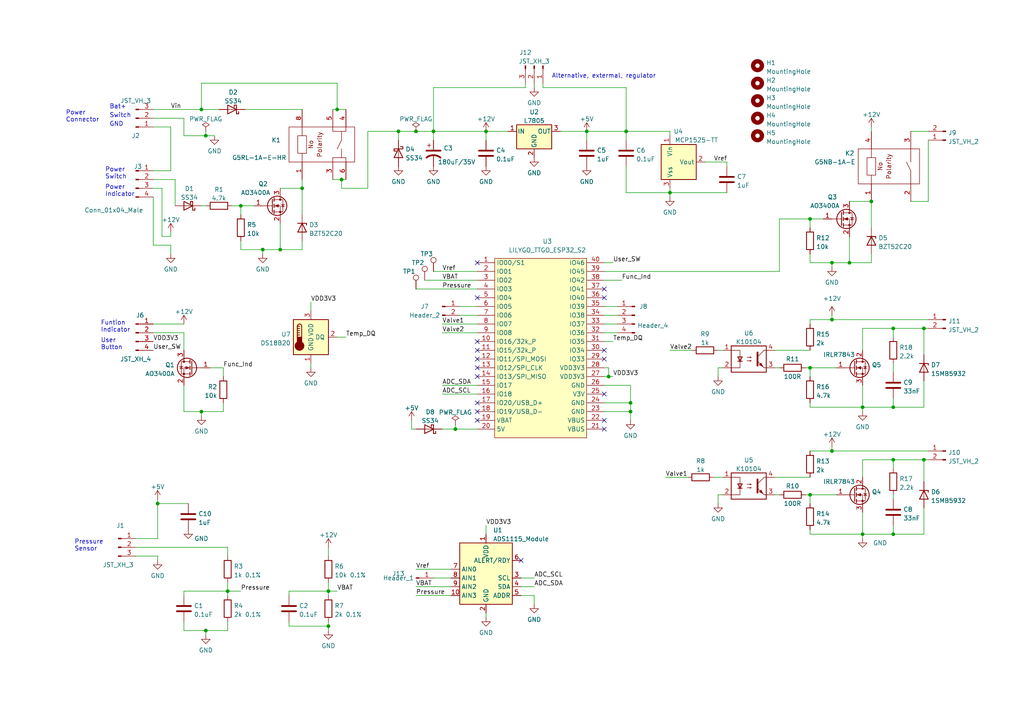
<source format=kicad_sch>
(kicad_sch (version 20211123) (generator eeschema)
  (paper "A4")
  (title_block (title "Autoflate - Tire inflator controller board") (date "2022-09-15") (rev "1.0") (company "Ran Katz"))
  (junction (at 250.19 118.11))
  (junction (at 241.3 76.2))
  (junction (at 69.85 59.69))
  (junction (at 194.31 55.88))
  (junction (at 267.97 133.35))
  (junction (at 234.95 106.68))
  (junction (at 95.25 181.61))
  (junction (at 182.88 116.84))
  (junction (at 170.18 38.1))
  (junction (at 59.69 39.37))
  (junction (at 58.42 119.38))
  (junction (at 241.3 130.81))
  (junction (at 267.97 95.25))
  (junction (at 140.97 38.1))
  (junction (at 45.72 146.05))
  (junction (at 99.06 52.07))
  (junction (at 132.08 124.46))
  (junction (at 59.69 182.88))
  (junction (at 181.61 38.1))
  (junction (at 234.95 63.5))
  (junction (at 259.08 118.11))
  (junction (at 97.79 31.75))
  (junction (at 66.04 171.45))
  (junction (at 182.88 119.38))
  (junction (at 81.28 72.39))
  (junction (at 87.63 54.61))
  (junction (at 252.73 58.42))
  (junction (at 76.2 72.39))
  (junction (at 246.38 76.2))
  (junction (at 241.3 92.71))
  (junction (at 250.19 154.94))
  (junction (at 234.95 143.51))
  (junction (at 176.53 109.22))
  (junction (at 115.57 38.1))
  (junction (at 259.08 95.25))
  (junction (at 259.08 154.94))
  (junction (at 95.25 171.45))
  (junction (at 259.08 133.35))
  (junction (at 125.73 38.1))
  (junction (at 120.65 38.1))
  (junction (at 58.42 31.75))
  (no_connect (at 175.26 101.6))
  (no_connect (at 138.43 86.36))
  (no_connect (at 151.13 162.56))
  (no_connect (at 175.26 104.14))
  (no_connect (at 175.26 86.36))
  (no_connect (at 175.26 83.82))
  (no_connect (at 138.43 76.2))
  (no_connect (at 138.43 119.38))
  (no_connect (at 138.43 121.92))
  (no_connect (at 138.43 116.84))
  (no_connect (at 138.43 99.06))
  (no_connect (at 138.43 101.6))
  (no_connect (at 138.43 104.14))
  (no_connect (at 138.43 106.68))
  (no_connect (at 138.43 109.22))
  (no_connect (at 175.26 114.3))
  (no_connect (at 175.26 121.92))
  (no_connect (at 175.26 124.46))
  (wire (pts (xy 151.13 167.64) (xy 154.94 167.64)))
  (wire (pts (xy 44.45 57.15) (xy 44.45 71.12)))
  (wire (pts (xy 269.24 58.42) (xy 264.16 58.42)))
  (wire (pts (xy 208.28 143.51) (xy 208.28 146.05)))
  (wire (pts (xy 234.95 106.68) (xy 234.95 109.22)))
  (wire (pts (xy 152.4 25.4) (xy 125.73 25.4)))
  (wire (pts (xy 53.34 182.88) (xy 59.69 182.88)))
  (wire (pts (xy 259.08 95.25) (xy 259.08 97.79)))
  (wire (pts (xy 175.26 96.52) (xy 179.07 96.52)))
  (wire (pts (xy 97.79 31.75) (xy 100.33 31.75)))
  (wire (pts (xy 106.68 54.61) (xy 106.68 38.1)))
  (wire (pts (xy 49.53 68.58) (xy 49.53 67.31)))
  (wire (pts (xy 204.47 46.99) (xy 210.82 46.99)))
  (wire (pts (xy 132.08 124.46) (xy 138.43 124.46)))
  (wire (pts (xy 233.68 106.68) (xy 234.95 106.68)))
  (wire (pts (xy 50.8 52.07) (xy 50.8 59.69)))
  (wire (pts (xy 59.69 182.88) (xy 59.69 184.15)))
  (wire (pts (xy 44.45 52.07) (xy 50.8 52.07)))
  (wire (pts (xy 224.79 143.51) (xy 226.06 143.51)))
  (wire (pts (xy 95.25 181.61) (xy 95.25 182.88)))
  (wire (pts (xy 69.85 59.69) (xy 69.85 62.23)))
  (wire (pts (xy 175.26 111.76) (xy 182.88 111.76)))
  (wire (pts (xy 53.34 39.37) (xy 53.34 34.29)))
  (wire (pts (xy 259.08 152.4) (xy 259.08 154.94)))
  (wire (pts (xy 175.26 88.9) (xy 179.07 88.9)))
  (wire (pts (xy 125.73 38.1) (xy 125.73 40.64)))
  (wire (pts (xy 267.97 110.49) (xy 267.97 118.11)))
  (wire (pts (xy 252.73 58.42) (xy 252.73 66.04)))
  (wire (pts (xy 269.24 95.25) (xy 267.97 95.25)))
  (wire (pts (xy 259.08 105.41) (xy 259.08 107.95)))
  (wire (pts (xy 53.34 96.52) (xy 53.34 101.6)))
  (wire (pts (xy 234.95 106.68) (xy 242.57 106.68)))
  (wire (pts (xy 176.53 106.68) (xy 176.53 109.22)))
  (wire (pts (xy 95.25 158.75) (xy 95.25 161.29)))
  (wire (pts (xy 66.04 168.91) (xy 66.04 171.45)))
  (wire (pts (xy 177.8 99.06) (xy 175.26 99.06)))
  (wire (pts (xy 120.65 124.46) (xy 119.38 124.46)))
  (wire (pts (xy 269.24 133.35) (xy 267.97 133.35)))
  (wire (pts (xy 193.04 138.43) (xy 199.39 138.43)))
  (wire (pts (xy 125.73 167.64) (xy 130.81 167.64)))
  (wire (pts (xy 241.3 76.2) (xy 234.95 76.2)))
  (wire (pts (xy 49.53 71.12) (xy 44.45 71.12)))
  (wire (pts (xy 59.69 182.88) (xy 66.04 182.88)))
  (wire (pts (xy 234.95 73.66) (xy 234.95 76.2)))
  (wire (pts (xy 234.95 154.94) (xy 234.95 153.67)))
  (wire (pts (xy 66.04 158.75) (xy 66.04 161.29)))
  (wire (pts (xy 128.27 111.76) (xy 138.43 111.76)))
  (wire (pts (xy 58.42 59.69) (xy 59.69 59.69)))
  (wire (pts (xy 224.79 138.43) (xy 234.95 138.43)))
  (wire (pts (xy 44.45 54.61) (xy 46.99 54.61)))
  (wire (pts (xy 96.52 52.07) (xy 99.06 52.07)))
  (wire (pts (xy 81.28 72.39) (xy 76.2 72.39)))
  (wire (pts (xy 252.73 76.2) (xy 246.38 76.2)))
  (wire (pts (xy 76.2 72.39) (xy 69.85 72.39)))
  (wire (pts (xy 234.95 63.5) (xy 234.95 66.04)))
  (wire (pts (xy 45.72 146.05) (xy 45.72 144.78)))
  (wire (pts (xy 87.63 72.39) (xy 81.28 72.39)))
  (wire (pts (xy 58.42 119.38) (xy 64.77 119.38)))
  (wire (pts (xy 44.45 49.53) (xy 49.53 49.53)))
  (wire (pts (xy 208.28 106.68) (xy 208.28 109.22)))
  (wire (pts (xy 154.94 172.72) (xy 154.94 175.26)))
  (wire (pts (xy 157.48 25.4) (xy 181.61 25.4)))
  (wire (pts (xy 250.19 154.94) (xy 250.19 156.21)))
  (wire (pts (xy 180.34 81.28) (xy 175.26 81.28)))
  (wire (pts (xy 83.82 180.34) (xy 83.82 181.61)))
  (wire (pts (xy 176.53 109.22) (xy 177.8 109.22)))
  (wire (pts (xy 250.19 118.11) (xy 250.19 119.38)))
  (wire (pts (xy 234.95 92.71) (xy 241.3 92.71)))
  (wire (pts (xy 259.08 95.25) (xy 250.19 95.25)))
  (wire (pts (xy 259.08 133.35) (xy 259.08 135.89)))
  (wire (pts (xy 234.95 118.11) (xy 234.95 116.84)))
  (wire (pts (xy 234.95 93.98) (xy 234.95 92.71)))
  (wire (pts (xy 170.18 38.1) (xy 181.61 38.1)))
  (wire (pts (xy 133.35 88.9) (xy 138.43 88.9)))
  (wire (pts (xy 59.69 38.1) (xy 59.69 39.37)))
  (wire (pts (xy 66.04 171.45) (xy 69.85 171.45)))
  (wire (pts (xy 259.08 115.57) (xy 259.08 118.11)))
  (wire (pts (xy 45.72 156.21) (xy 45.72 146.05)))
  (wire (pts (xy 58.42 24.13) (xy 97.79 24.13)))
  (wire (pts (xy 87.63 69.85) (xy 87.63 72.39)))
  (wire (pts (xy 241.3 91.44) (xy 241.3 92.71)))
  (wire (pts (xy 175.26 93.98) (xy 179.07 93.98)))
  (wire (pts (xy 45.72 161.29) (xy 45.72 162.56)))
  (wire (pts (xy 58.42 24.13) (xy 58.42 31.75)))
  (wire (pts (xy 175.26 78.74) (xy 226.06 78.74)))
  (wire (pts (xy 87.63 52.07) (xy 87.63 54.61)))
  (wire (pts (xy 209.55 106.68) (xy 208.28 106.68)))
  (wire (pts (xy 132.08 123.19) (xy 132.08 124.46)))
  (wire (pts (xy 181.61 25.4) (xy 181.61 38.1)))
  (wire (pts (xy 128.27 114.3) (xy 138.43 114.3)))
  (wire (pts (xy 97.79 24.13) (xy 97.79 31.75)))
  (wire (pts (xy 267.97 147.32) (xy 267.97 154.94)))
  (wire (pts (xy 90.17 106.68) (xy 90.17 105.41)))
  (wire (pts (xy 76.2 72.39) (xy 76.2 73.66)))
  (wire (pts (xy 53.34 171.45) (xy 66.04 171.45)))
  (wire (pts (xy 208.28 101.6) (xy 209.55 101.6)))
  (wire (pts (xy 250.19 148.59) (xy 250.19 154.94)))
  (wire (pts (xy 207.01 138.43) (xy 209.55 138.43)))
  (wire (pts (xy 83.82 171.45) (xy 95.25 171.45)))
  (wire (pts (xy 147.32 38.1) (xy 140.97 38.1)))
  (wire (pts (xy 64.77 106.68) (xy 64.77 109.22)))
  (wire (pts (xy 181.61 40.64) (xy 181.61 38.1)))
  (wire (pts (xy 246.38 76.2) (xy 241.3 76.2)))
  (wire (pts (xy 181.61 55.88) (xy 194.31 55.88)))
  (wire (pts (xy 120.65 172.72) (xy 130.81 172.72)))
  (wire (pts (xy 39.37 161.29) (xy 45.72 161.29)))
  (wire (pts (xy 194.31 39.37) (xy 194.31 38.1)))
  (wire (pts (xy 44.45 96.52) (xy 53.34 96.52)))
  (wire (pts (xy 194.31 54.61) (xy 194.31 55.88)))
  (wire (pts (xy 44.45 93.98) (xy 53.34 93.98)))
  (wire (pts (xy 194.31 55.88) (xy 194.31 57.15)))
  (wire (pts (xy 250.19 118.11) (xy 259.08 118.11)))
  (wire (pts (xy 120.65 165.1) (xy 130.81 165.1)))
  (wire (pts (xy 151.13 170.18) (xy 154.94 170.18)))
  (wire (pts (xy 87.63 54.61) (xy 81.28 54.61)))
  (wire (pts (xy 45.72 146.05) (xy 54.61 146.05)))
  (wire (pts (xy 64.77 106.68) (xy 60.96 106.68)))
  (wire (pts (xy 267.97 95.25) (xy 259.08 95.25)))
  (wire (pts (xy 115.57 38.1) (xy 120.65 38.1)))
  (wire (pts (xy 250.19 111.76) (xy 250.19 118.11)))
  (wire (pts (xy 224.79 101.6) (xy 234.95 101.6)))
  (wire (pts (xy 234.95 130.81) (xy 241.3 130.81)))
  (wire (pts (xy 128.27 96.52) (xy 138.43 96.52)))
  (wire (pts (xy 58.42 119.38) (xy 58.42 120.65)))
  (wire (pts (xy 181.61 48.26) (xy 181.61 55.88)))
  (wire (pts (xy 267.97 118.11) (xy 259.08 118.11)))
  (wire (pts (xy 46.99 54.61) (xy 46.99 68.58)))
  (wire (pts (xy 119.38 124.46) (xy 119.38 121.92)))
  (wire (pts (xy 69.85 69.85) (xy 69.85 72.39)))
  (wire (pts (xy 128.27 124.46) (xy 132.08 124.46)))
  (wire (pts (xy 100.33 97.79) (xy 97.79 97.79)))
  (wire (pts (xy 44.45 36.83) (xy 49.53 36.83)))
  (wire (pts (xy 125.73 78.74) (xy 138.43 78.74)))
  (wire (pts (xy 252.73 73.66) (xy 252.73 76.2)))
  (wire (pts (xy 175.26 116.84) (xy 182.88 116.84)))
  (wire (pts (xy 140.97 152.4) (xy 140.97 154.94)))
  (wire (pts (xy 140.97 177.8) (xy 140.97 179.07)))
  (wire (pts (xy 67.31 59.69) (xy 69.85 59.69)))
  (wire (pts (xy 125.73 38.1) (xy 140.97 38.1)))
  (wire (pts (xy 259.08 143.51) (xy 259.08 144.78)))
  (wire (pts (xy 53.34 180.34) (xy 53.34 182.88)))
  (wire (pts (xy 39.37 156.21) (xy 45.72 156.21)))
  (wire (pts (xy 241.3 92.71) (xy 269.24 92.71)))
  (wire (pts (xy 83.82 181.61) (xy 95.25 181.61)))
  (wire (pts (xy 250.19 133.35) (xy 250.19 138.43)))
  (wire (pts (xy 177.8 76.2) (xy 175.26 76.2)))
  (wire (pts (xy 151.13 172.72) (xy 154.94 172.72)))
  (wire (pts (xy 44.45 31.75) (xy 58.42 31.75)))
  (wire (pts (xy 175.26 119.38) (xy 182.88 119.38)))
  (wire (pts (xy 99.06 54.61) (xy 106.68 54.61)))
  (wire (pts (xy 175.26 91.44) (xy 179.07 91.44)))
  (wire (pts (xy 154.94 24.13) (xy 154.94 25.4)))
  (wire (pts (xy 120.65 170.18) (xy 130.81 170.18)))
  (wire (pts (xy 106.68 38.1) (xy 115.57 38.1)))
  (wire (pts (xy 259.08 133.35) (xy 250.19 133.35)))
  (wire (pts (xy 64.77 116.84) (xy 64.77 119.38)))
  (wire (pts (xy 128.27 93.98) (xy 138.43 93.98)))
  (wire (pts (xy 59.69 39.37) (xy 62.23 39.37)))
  (wire (pts (xy 170.18 38.1) (xy 170.18 40.64)))
  (wire (pts (xy 71.12 31.75) (xy 87.63 31.75)))
  (wire (pts (xy 241.3 76.2) (xy 241.3 77.47)))
  (wire (pts (xy 259.08 154.94) (xy 267.97 154.94)))
  (wire (pts (xy 182.88 116.84) (xy 182.88 119.38)))
  (wire (pts (xy 123.19 81.28) (xy 138.43 81.28)))
  (wire (pts (xy 224.79 106.68) (xy 226.06 106.68)))
  (wire (pts (xy 99.06 52.07) (xy 99.06 54.61)))
  (wire (pts (xy 53.34 172.72) (xy 53.34 171.45)))
  (wire (pts (xy 58.42 31.75) (xy 63.5 31.75)))
  (wire (pts (xy 39.37 158.75) (xy 66.04 158.75)))
  (wire (pts (xy 152.4 24.13) (xy 152.4 25.4)))
  (wire (pts (xy 95.25 171.45) (xy 97.79 171.45)))
  (wire (pts (xy 233.68 143.51) (xy 234.95 143.51)))
  (wire (pts (xy 234.95 63.5) (xy 226.06 63.5)))
  (wire (pts (xy 99.06 52.07) (xy 100.33 52.07)))
  (wire (pts (xy 182.88 111.76) (xy 182.88 116.84)))
  (wire (pts (xy 234.95 143.51) (xy 242.57 143.51)))
  (wire (pts (xy 209.55 143.51) (xy 208.28 143.51)))
  (wire (pts (xy 175.26 109.22) (xy 176.53 109.22)))
  (wire (pts (xy 234.95 154.94) (xy 250.19 154.94)))
  (wire (pts (xy 120.65 38.1) (xy 125.73 38.1)))
  (wire (pts (xy 226.06 63.5) (xy 226.06 78.74)))
  (wire (pts (xy 133.35 91.44) (xy 138.43 91.44)))
  (wire (pts (xy 44.45 34.29) (xy 53.34 34.29)))
  (wire (pts (xy 120.65 83.82) (xy 138.43 83.82)))
  (wire (pts (xy 140.97 38.1) (xy 140.97 40.64)))
  (wire (pts (xy 49.53 49.53) (xy 49.53 36.83)))
  (wire (pts (xy 53.34 111.76) (xy 53.34 119.38)))
  (wire (pts (xy 53.34 39.37) (xy 59.69 39.37)))
  (wire (pts (xy 87.63 54.61) (xy 87.63 62.23)))
  (wire (pts (xy 46.99 68.58) (xy 49.53 68.58)))
  (wire (pts (xy 252.73 58.42) (xy 246.38 58.42)))
  (wire (pts (xy 234.95 143.51) (xy 234.95 146.05)))
  (wire (pts (xy 210.82 46.99) (xy 210.82 48.26)))
  (wire (pts (xy 234.95 63.5) (xy 238.76 63.5)))
  (wire (pts (xy 267.97 95.25) (xy 267.97 102.87)))
  (wire (pts (xy 69.85 59.69) (xy 73.66 59.69)))
  (wire (pts (xy 246.38 68.58) (xy 246.38 76.2)))
  (wire (pts (xy 95.25 180.34) (xy 95.25 181.61)))
  (wire (pts (xy 250.19 95.25) (xy 250.19 101.6)))
  (wire (pts (xy 259.08 154.94) (xy 250.19 154.94)))
  (wire (pts (xy 53.34 119.38) (xy 58.42 119.38)))
  (wire (pts (xy 81.28 64.77) (xy 81.28 72.39)))
  (wire (pts (xy 267.97 133.35) (xy 267.97 139.7)))
  (wire (pts (xy 241.3 130.81) (xy 269.24 130.81)))
  (wire (pts (xy 96.52 31.75) (xy 97.79 31.75)))
  (wire (pts (xy 182.88 119.38) (xy 182.88 121.92)))
  (wire (pts (xy 95.25 171.45) (xy 95.25 172.72)))
  (wire (pts (xy 181.61 38.1) (xy 194.31 38.1)))
  (wire (pts (xy 175.26 106.68) (xy 176.53 106.68)))
  (wire (pts (xy 115.57 38.1) (xy 115.57 40.64)))
  (wire (pts (xy 267.97 133.35) (xy 259.08 133.35)))
  (wire (pts (xy 49.53 73.66) (xy 49.53 71.12)))
  (wire (pts (xy 66.04 182.88) (xy 66.04 180.34)))
  (wire (pts (xy 194.31 55.88) (xy 210.82 55.88)))
  (wire (pts (xy 90.17 87.63) (xy 90.17 90.17)))
  (wire (pts (xy 162.56 38.1) (xy 170.18 38.1)))
  (wire (pts (xy 157.48 24.13) (xy 157.48 25.4)))
  (wire (pts (xy 83.82 172.72) (xy 83.82 171.45)))
  (wire (pts (xy 252.73 36.83) (xy 252.73 38.1)))
  (wire (pts (xy 234.95 118.11) (xy 250.19 118.11)))
  (wire (pts (xy 95.25 168.91) (xy 95.25 171.45)))
  (wire (pts (xy 125.73 25.4) (xy 125.73 38.1)))
  (wire (pts (xy 241.3 129.54) (xy 241.3 130.81)))
  (wire (pts (xy 269.24 40.64) (xy 269.24 58.42)))
  (wire (pts (xy 66.04 171.45) (xy 66.04 172.72)))
  (wire (pts (xy 264.16 38.1) (xy 269.24 38.1)))
  (wire (pts (xy 194.31 101.6) (xy 200.66 101.6)))
  (text "GND" (at 31.75 36.83 0) (effects (font (size 1.27 1.27)) (justify left bottom)))
  (text "Power\nSwitch" (at 30.48 52.07 0) (effects (font (size 1.27 1.27)) (justify left bottom)))
  (text "Switch" (at 31.75 34.29 0) (effects (font (size 1.27 1.27)) (justify left bottom)))
  (text "Power\nConnector" (at 19.05 35.56 0) (effects (font (size 1.27 1.27)) (justify left bottom)))
  (text "Power\nIndicator" (at 30.48 57.15 0) (effects (font (size 1.27 1.27)) (justify left bottom)))
  (text "Bat+" (at 31.75 31.75 0) (effects (font (size 1.27 1.27)) (justify left bottom)))
  (text "Funtion\nIndicator" (at 29.21 96.52 0) (effects (font (size 1.27 1.27)) (justify left bottom)))
  (text "Alternative, extermal, regulator" (at 160.02 22.86 0) (effects (font (size 1.27 1.27)) (justify left bottom)))
  (text "User\nButton" (at 29.21 101.6 0) (effects (font (size 1.27 1.27)) (justify left bottom)))
  (text "Pressure\nSensor" (at 21.59 160.02 0) (effects (font (size 1.27 1.27)) (justify left bottom)))
  (label "Func_Ind" (at 64.77 106.68 0))
  (label "Vref" (at 128.27 78.74 0))
  (label "Valve1" (at 193.04 138.43 0))
  (label "Func_Ind" (at 180.34 81.28 0))
  (label "User_SW" (at 177.8 76.2 0))
  (label "VDD3V3" (at 90.17 87.63 0))
  (label "ADC_SDA" (at 128.27 111.76 0))
  (label "Valve2" (at 128.27 96.52 0))
  (label "VDD3V3" (at 140.97 152.4 0))
  (label "VBAT" (at 120.65 170.18 0))
  (label "Vin" (at 49.53 31.75 0))
  (label "Valve1" (at 128.27 93.98 0))
  (label "ADC_SCL" (at 128.27 114.3 0))
  (label "VDD3V3" (at 44.45 99.06 0))
  (label "Vref" (at 207.01 46.99 0))
  (label "ADC_SDA" (at 154.94 170.18 0))
  (label "Temp_DQ" (at 100.33 97.79 0))
  (label "Vref" (at 120.65 165.1 0))
  (label "Pressure" (at 120.65 172.72 0))
  (label "VBAT" (at 97.79 171.45 0))
  (label "Valve2" (at 194.31 101.6 0))
  (label "VDD3V3" (at 177.8 109.22 0))
  (label "User_SW" (at 44.45 101.6 0))
  (label "Temp_DQ" (at 177.8 99.06 0))
  (label "Pressure" (at 128.27 83.82 0))
  (label "Pressure" (at 69.85 171.45 0))
  (label "VBAT" (at 128.27 81.28 0))
  (label "ADC_SCL" (at 154.94 167.64 0))
  (symbol (lib_id "power:GND") (at 140.97 179.07 0) (unit 1)
    (property "Reference" "#PWR0107" (effects hide))
    (property "Value" "GND" (at 140.97 183.5134 0))
  )
  (symbol (lib_id "Connector:TestPoint") (at 125.73 78.74 0) (unit 1)
    (property "Reference" "TP3" (at 121.92 73.66 0) (effects (justify left)))
    (property "Value" "TestPoint" (effects hide))
    (property "Footprint" "TestPoint:TestPoint_Pad_D1.5mm" (effects hide))
  )
  (symbol (lib_id "Connector:Conn_01x01_Male") (at 120.65 167.64 0) (unit 1)
    (property "Reference" "J13" (at 115.57 166.37 0))
    (property "Value" "Header_1" (at 115.57 167.64 0))
    (property "Footprint" "Connector_PinHeader_2.54mm:PinHeader_1x01_P2.54mm_Vertical" (effects hide))
  )
  (symbol (lib_id "Connector:Conn_01x03_Male") (at 39.37 34.29 0) (mirror x) (unit 1)
    (property "Reference" "J2" (at 39.37 39.37 0))
    (property "Value" "JST_VH_3" (at 39.37 29.21 0))
    (property "Footprint" "Connector_JST:JST_VH_B3P-VH_1x03_P3.96mm_Vertical" (effects hide))
  )
  (symbol (lib_id "Device:R") (at 69.85 66.04 0) (unit 1)
    (property "Reference" "R5" (at 71.628 65.2053 0) (effects (justify left)))
    (property "Value" "10k" (at 71.628 67.7422 0) (effects (justify left)))
    (property "Footprint" "Resistor_SMD:R_0805_2012Metric_Pad1.20x1.40mm_HandSolder" (effects hide))
  )
  (symbol (lib_id "Device:Q_NMOS_GDS") (at 247.65 143.51 0) (unit 1)
    (property "Reference" "Q4" (at 252.857 142.6753 0) (effects (justify left)))
    (property "Value" "IRLR7843" (at 238.76 139.7 0) (effects (justify left)))
    (property "Footprint" "Package_TO_SOT_SMD:TO-252-2" (effects hide))
    (property "Datasheet" "http://www.irf.com/product-info/datasheets/data/irlr7843.pdf" (effects hide))
  )
  (symbol (lib_id "Device:D_Schottky") (at 67.31 31.75 180) (unit 1)
    (property "Reference" "D2" (at 67.6275 26.7802 0))
    (property "Value" "SS34" (at 67.6275 29.3171 0))
    (property "Footprint" "Diode_SMD:D_SMA" (effects hide))
  )
  (symbol (lib_id "Device:R") (at 259.08 139.7 180) (unit 1)
    (property "Reference" "R17" (at 260.858 138.8653 0) (effects (justify right)))
    (property "Value" "2.2k" (at 260.858 141.4022 0) (effects (justify right)))
    (property "Footprint" "Resistor_SMD:R_0805_2012Metric_Pad1.20x1.40mm_HandSolder" (effects hide))
  )
  (symbol (lib_id "Regulator_Linear:L7805") (at 154.94 38.1 0) (unit 1)
    (property "Reference" "U2" (at 154.94 32.4952 0))
    (property "Value" "L7805" (at 154.94 35.0321 0))
    (property "Footprint" "NIghtmechanic:ST_D2PAK" (effects hide))
    (property "Datasheet" "http://www.st.com/content/ccc/resource/technical/document/datasheet/41/4f/b3/b0/12/d4/47/88/CD00000444.pdf/files/CD00000444.pdf/jcr:content/translations/en.CD00000444.pdf" (effects hide))
  )
  (symbol (lib_id "power:+12V") (at 241.3 91.44 0) (unit 1)
    (property "Reference" "#PWR0131" (effects hide))
    (property "Value" "+12V" (at 241.3 86.5942 0))
  )
  (symbol (lib_id "Mechanical:MountingHole") (at 219.71 29.21 0) (unit 1)
    (property "Reference" "H3" (at 222.25 28.3753 0) (effects (justify left)))
    (property "Value" "MountingHole" (at 222.25 30.9122 0) (effects (justify left)))
    (property "Footprint" "MountingHole:MountingHole_3.2mm_M3" (effects hide))
  )
  (symbol (lib_id "NIghtmechanic:K10104") (at 217.17 140.97 0) (unit 1)
    (property "Reference" "U5" (at 217.17 133.4602 0))
    (property "Value" "K10104" (at 217.17 135.9971 0))
    (property "Footprint" "NIghtmechanic:K10104X" (effects hide))
    (property "Datasheet" "http://www.cosmo-ic.com/object/products/K1010.pdf" (effects hide))
  )
  (symbol (lib_id "Device:D_Schottky") (at 54.61 59.69 180) (unit 1)
    (property "Reference" "D1" (at 54.9275 54.7202 0))
    (property "Value" "SS34" (at 54.9275 57.2571 0))
    (property "Footprint" "Diode_SMD:D_SMA" (effects hide))
  )
  (symbol (lib_id "Device:C") (at 259.08 148.59 0) (unit 1)
    (property "Reference" "C8" (at 262.001 147.7553 0) (effects (justify left)))
    (property "Value" "33nF" (at 262.001 150.2922 0) (effects (justify left)))
    (property "Footprint" "Capacitor_SMD:C_0805_2012Metric_Pad1.18x1.45mm_HandSolder" (effects hide))
  )
  (symbol (lib_id "NIghtmechanic:LILYGO_TTGO_ESP32_S2") (at 158.75 101.6 0) (unit 1)
    (property "Reference" "U3" (at 158.75 70.011 0))
    (property "Value" "LILYGO_TTGO_ESP32_S2" (at 158.75 72.5479 0))
    (property "Footprint" "NIghtmechanic:LILYGO_TTGO_ESP32_S2" (effects hide))
    (property "Datasheet" "http://www.lilygo.cn/prod_view.aspx?TypeId=50063&Id=1300&FId=t3:50063:3" (effects hide))
  )
  (symbol (lib_id "Device:R") (at 204.47 101.6 90) (unit 1)
    (property "Reference" "R9" (at 204.47 96.8842 90))
    (property "Value" "1k" (at 204.47 99.4211 90))
    (property "Footprint" "Resistor_SMD:R_0805_2012Metric_Pad1.20x1.40mm_HandSolder" (effects hide))
  )
  (symbol (lib_id "Device:C") (at 181.61 44.45 0) (unit 1)
    (property "Reference" "C6" (at 184.531 43.6153 0) (effects (justify left)))
    (property "Value" "0.1uF" (at 184.531 46.1522 0) (effects (justify left)))
    (property "Footprint" "Capacitor_SMD:C_0805_2012Metric_Pad1.18x1.45mm_HandSolder" (effects hide))
  )
  (symbol (lib_id "power:GND") (at 140.97 48.26 0) (unit 1)
    (property "Reference" "#PWR0123" (effects hide))
    (property "Value" "GND" (at 140.97 52.7034 0))
  )
  (symbol (lib_id "Transistor_FET:AO3400A") (at 55.88 106.68 0) (mirror y) (unit 1)
    (property "Reference" "Q1" (at 50.673 105.8453 0) (effects (justify left)))
    (property "Value" "AO3400A" (at 50.673 108.3822 0) (effects (justify left)))
    (property "Footprint" "Package_TO_SOT_SMD:SOT-23" (effects hide))
    (property "Datasheet" "http://www.aosmd.com/pdfs/datasheet/AO3400A.pdf" (effects hide))
  )
  (symbol (lib_id "Device:R") (at 66.04 176.53 0) (unit 1)
    (property "Reference" "R4" (at 67.818 175.6953 0) (effects (justify left)))
    (property "Value" "2k 0.1%" (at 67.818 178.2322 0) (effects (justify left)))
    (property "Footprint" "Resistor_SMD:R_0805_2012Metric_Pad1.20x1.40mm_HandSolder" (effects hide))
  )
  (symbol (lib_id "Device:R") (at 234.95 113.03 180) (unit 1)
    (property "Reference" "R16" (at 236.728 112.1953 0) (effects (justify right)))
    (property "Value" "4.7k" (at 236.728 114.7322 0) (effects (justify right)))
    (property "Footprint" "Resistor_SMD:R_0805_2012Metric_Pad1.20x1.40mm_HandSolder" (effects hide))
  )
  (symbol (lib_id "Connector:Conn_01x04_Male") (at 39.37 52.07 0) (unit 1)
    (property "Reference" "J3" (at 40.005 48.294 0))
    (property "Value" "Conn_01x04_Male" (at 33.02 60.96 0))
    (property "Footprint" "Connector_JST:JST_XH_B4B-XH-A_1x04_P2.50mm_Vertical" (effects hide))
  )
  (symbol (lib_id "Connector:Conn_01x02_Male") (at 274.32 40.64 180) (unit 1)
    (property "Reference" "J9" (at 275.0312 38.5353 0) (effects (justify right)))
    (property "Value" "JST_VH_2" (at 275.0312 41.0722 0) (effects (justify right)))
    (property "Footprint" "Connector_JST:JST_VH_B2P-VH_1x02_P3.96mm_Vertical" (effects hide))
  )
  (symbol (lib_id "power:GND") (at 76.2 73.66 0) (unit 1)
    (property "Reference" "#PWR0101" (effects hide))
    (property "Value" "GND" (at 76.2 78.1034 0))
  )
  (symbol (lib_id "Connector:Conn_01x02_Male") (at 128.27 88.9 0) (unit 1)
    (property "Reference" "J7" (at 123.19 88.9 0))
    (property "Value" "Header_2" (at 123.19 91.44 0))
    (property "Footprint" "Connector_PinHeader_2.54mm:PinHeader_1x02_P2.54mm_Vertical" (effects hide))
  )
  (symbol (lib_id "Device:D_Zener") (at 87.63 66.04 270) (unit 1)
    (property "Reference" "D3" (at 89.662 65.2053 90) (effects (justify left)))
    (property "Value" "BZT52C20" (at 89.662 67.7422 90) (effects (justify left)))
    (property "Footprint" "Diode_SMD:D_SOD-123" (effects hide))
    (property "Datasheet" "https://www.vishay.com/docs/85760/bzt52.pdf" (effects hide))
  )
  (symbol (lib_id "Device:Q_NMOS_GDS") (at 247.65 106.68 0) (unit 1)
    (property "Reference" "Q5" (at 252.857 105.8453 0) (effects (justify left)))
    (property "Value" "IRLR7843" (at 238.76 102.87 0) (effects (justify left)))
    (property "Footprint" "Package_TO_SOT_SMD:TO-252-2" (effects hide))
    (property "Datasheet" "http://www.irf.com/product-info/datasheets/data/irlr7843.pdf" (effects hide))
  )
  (symbol (lib_id "power:+12V") (at 241.3 129.54 0) (unit 1)
    (property "Reference" "#PWR0118" (effects hide))
    (property "Value" "+12V" (at 241.3 125.9642 0))
  )
  (symbol (lib_id "power:+12V") (at 140.97 38.1 0) (unit 1)
    (property "Reference" "#PWR0110" (effects hide))
    (property "Value" "+12V" (at 140.97 34.5242 0))
  )
  (symbol (lib_id "NIghtmechanic:G5RL-1A-E-HR") (at 95.25 41.91 90) (unit 1)
    (property "Reference" "K1" (at 78.74 40.64 90) (effects (justify right)))
    (property "Value" "G5RL-1A-E-HR" (at 67.31 45.72 90) (effects (justify right)))
    (property "Footprint" "NIghtmechanic:OMRON_G5RL_1A_E" (effects hide))
    (property "Datasheet" "https://components.omron.com/us-en/products/relays/G5RL" (effects hide))
  )
  (symbol (lib_id "Device:R") (at 66.04 165.1 0) (unit 1)
    (property "Reference" "R3" (at 67.818 164.2653 0) (effects (justify left)))
    (property "Value" "1k 0.1%" (at 67.818 166.8022 0) (effects (justify left)))
    (property "Footprint" "Resistor_SMD:R_0805_2012Metric_Pad1.20x1.40mm_HandSolder" (effects hide))
  )
  (symbol (lib_id "Device:D_Zener") (at 252.73 69.85 270) (unit 1)
    (property "Reference" "D5" (at 254.762 69.0153 90) (effects (justify left)))
    (property "Value" "BZT52C20" (at 254.762 71.5522 90) (effects (justify left)))
    (property "Footprint" "Diode_SMD:D_SOD-123" (effects hide))
    (property "Datasheet" "https://www.vishay.com/docs/85760/bzt52.pdf" (effects hide))
  )
  (symbol (lib_id "power:GND") (at 250.19 119.38 0) (unit 1)
    (property "Reference" "#PWR0130" (effects hide))
    (property "Value" "GND" (at 250.19 123.8234 0))
  )
  (symbol (lib_id "Sensor_Temperature:DS18B20") (at 90.17 97.79 0) (unit 1)
    (property "Reference" "U7" (at 84.328 96.9553 0) (effects (justify right)))
    (property "Value" "DS18B20" (at 84.328 99.4922 0) (effects (justify right)))
    (property "Footprint" "Package_TO_SOT_THT:TO-92_Inline" (effects hide))
    (property "Datasheet" "http://datasheets.maximintegrated.com/en/ds/DS18B20.pdf" (effects hide))
  )
  (symbol (lib_id "power:GND") (at 45.72 162.56 0) (unit 1)
    (property "Reference" "#PWR0102" (effects hide))
    (property "Value" "GND" (at 45.72 167.0034 0))
  )
  (symbol (lib_id "Mechanical:MountingHole") (at 219.71 24.13 0) (unit 1)
    (property "Reference" "H2" (at 222.25 23.2953 0) (effects (justify left)))
    (property "Value" "MountingHole" (at 222.25 25.8322 0) (effects (justify left)))
    (property "Footprint" "MountingHole:MountingHole_3.2mm_M3" (effects hide))
  )
  (symbol (lib_id "power:+12V") (at 53.34 93.98 0) (unit 1)
    (property "Reference" "#PWR0113" (effects hide))
    (property "Value" "+12V" (at 53.34 90.4042 0))
  )
  (symbol (lib_id "power:GND") (at 58.42 120.65 0) (mirror y) (unit 1)
    (property "Reference" "#PWR0114" (effects hide))
    (property "Value" "GND" (at 58.42 125.0934 0))
  )
  (symbol (lib_id "NIghtmechanic:ADS1115_Module") (at 140.97 167.64 0) (unit 1)
    (property "Reference" "U1" (at 142.9894 153.7802 0) (effects (justify left)))
    (property "Value" "ADS1115_Module" (at 142.9894 156.3171 0) (effects (justify left)))
    (property "Footprint" "NIghtmechanic:GY-ADS1115" (effects hide))
    (property "Datasheet" "http://www.ti.com/lit/ds/symlink/ads1115.pdf" (effects hide))
  )
  (symbol (lib_id "power:PWR_FLAG") (at 132.08 123.19 0) (unit 1)
    (property "Reference" "#FLG0103" (effects hide))
    (property "Value" "PWR_FLAG" (at 132.08 119.6142 0))
  )
  (symbol (lib_id "Device:D_Zener") (at 267.97 106.68 270) (unit 1)
    (property "Reference" "D7" (at 270.002 105.8453 90) (effects (justify left)))
    (property "Value" "1SMB5932" (at 270.002 108.3822 90) (effects (justify left)))
    (property "Footprint" "Diode_SMD:D_SMB" (effects hide))
    (property "Datasheet" "https://www.onsemi.com/pdf/datasheet/1smb5913bt3-d.pdf" (effects hide))
  )
  (symbol (lib_id "Connector:Conn_01x03_Male") (at 154.94 19.05 270) (unit 1)
    (property "Reference" "J12" (at 152.4 15.24 90))
    (property "Value" "JST_XH_3" (at 154.94 17.78 90))
    (property "Footprint" "Connector_JST:JST_XH_B3B-XH-A_1x03_P2.50mm_Vertical" (effects hide))
  )
  (symbol (lib_id "power:GND") (at 95.25 182.88 0) (unit 1)
    (property "Reference" "#PWR0103" (effects hide))
    (property "Value" "GND" (at 95.25 187.3234 0))
  )
  (symbol (lib_id "power:GND") (at 154.94 45.72 0) (unit 1)
    (property "Reference" "#PWR0124" (effects hide))
    (property "Value" "GND" (at 154.94 50.1634 0))
  )
  (symbol (lib_id "Device:C") (at 53.34 176.53 0) (unit 1)
    (property "Reference" "C1" (at 56.261 175.6953 0) (effects (justify left)))
    (property "Value" "0.1uF" (at 56.261 178.2322 0) (effects (justify left)))
    (property "Footprint" "Capacitor_SMD:C_0805_2012Metric_Pad1.18x1.45mm_HandSolder" (effects hide))
  )
  (symbol (lib_id "Device:C") (at 210.82 52.07 0) (unit 1)
    (property "Reference" "C7" (at 213.741 51.2353 0) (effects (justify left)))
    (property "Value" "1uF" (at 213.741 53.7722 0) (effects (justify left)))
    (property "Footprint" "Capacitor_SMD:C_1206_3216Metric_Pad1.33x1.80mm_HandSolder" (effects hide))
  )
  (symbol (lib_id "power:GND") (at 154.94 25.4 0) (unit 1)
    (property "Reference" "#PWR01" (effects hide))
    (property "Value" "GND" (at 154.94 29.8434 0))
  )
  (symbol (lib_id "Mechanical:MountingHole") (at 219.71 34.29 0) (unit 1)
    (property "Reference" "H4" (at 222.25 33.4553 0) (effects (justify left)))
    (property "Value" "MountingHole" (at 222.25 35.9922 0) (effects (justify left)))
    (property "Footprint" "MountingHole:MountingHole_3.2mm_M3" (effects hide))
  )
  (symbol (lib_id "power:+5V") (at 45.72 144.78 0) (unit 1)
    (property "Reference" "#PWR0105" (effects hide))
    (property "Value" "+5V" (at 45.72 141.2042 0))
  )
  (symbol (lib_id "Connector:Conn_01x04_Male") (at 184.15 91.44 0) (mirror y) (unit 1)
    (property "Reference" "J8" (at 185.42 88.9 0) (effects (justify right)))
    (property "Value" "Header_4" (at 184.8612 94.4122 0) (effects (justify right)))
    (property "Footprint" "Connector_PinHeader_2.54mm:PinHeader_1x04_P2.54mm_Vertical" (effects hide))
  )
  (symbol (lib_id "Device:C") (at 259.08 111.76 0) (unit 1)
    (property "Reference" "C9" (at 262.001 110.9253 0) (effects (justify left)))
    (property "Value" "33nF" (at 262.001 113.4622 0) (effects (justify left)))
    (property "Footprint" "Capacitor_SMD:C_0805_2012Metric_Pad1.18x1.45mm_HandSolder" (effects hide))
  )
  (symbol (lib_id "power:GND") (at 90.17 106.68 0) (unit 1)
    (property "Reference" "#PWR02" (effects hide))
    (property "Value" "GND" (at 90.17 111.1234 0))
  )
  (symbol (lib_id "power:+5V") (at 170.18 38.1 0) (unit 1)
    (property "Reference" "#PWR0121" (effects hide))
    (property "Value" "+5V" (at 170.18 34.5242 0))
  )
  (symbol (lib_id "Device:D_Schottky") (at 115.57 44.45 270) (unit 1)
    (property "Reference" "D4" (at 117.602 43.2978 90) (effects (justify left)))
    (property "Value" "SS34" (at 117.602 45.8347 90) (effects (justify left)))
    (property "Footprint" "Diode_SMD:D_SMA" (effects hide))
  )
  (symbol (lib_id "Device:R") (at 203.2 138.43 90) (unit 1)
    (property "Reference" "R8" (at 203.2 133.7142 90))
    (property "Value" "1k" (at 203.2 136.2511 90))
    (property "Footprint" "Resistor_SMD:R_0805_2012Metric_Pad1.20x1.40mm_HandSolder" (effects hide))
  )
  (symbol (lib_id "power:GND") (at 54.61 153.67 0) (unit 1)
    (property "Reference" "#PWR0126" (effects hide))
    (property "Value" "GND" (at 58.42 156.21 0))
  )
  (symbol (lib_id "Device:C_Polarized_US") (at 125.73 44.45 0) (unit 1)
    (property "Reference" "C3" (at 128.651 42.9803 0) (effects (justify left)))
    (property "Value" "180uF/35V" (at 127 46.99 0) (effects (justify left)))
    (property "Footprint" "Capacitor_THT:CP_Radial_D12.5mm_P5.00mm" (effects hide))
  )
  (symbol (lib_id "power:GND") (at 241.3 77.47 0) (unit 1)
    (property "Reference" "#PWR0129" (effects hide))
    (property "Value" "GND" (at 241.3 81.9134 0))
  )
  (symbol (lib_id "Device:R") (at 259.08 101.6 180) (unit 1)
    (property "Reference" "R18" (at 260.858 100.7653 0) (effects (justify right)))
    (property "Value" "2.2k" (at 260.858 103.3022 0) (effects (justify right)))
    (property "Footprint" "Resistor_SMD:R_0805_2012Metric_Pad1.20x1.40mm_HandSolder" (effects hide))
  )
  (symbol (lib_id "power:GND") (at 250.19 156.21 0) (unit 1)
    (property "Reference" "#PWR0120" (effects hide))
    (property "Value" "GND" (at 255.27 157.48 0))
  )
  (symbol (lib_id "power:GND") (at 154.94 175.26 0) (unit 1)
    (property "Reference" "#PWR0112" (effects hide))
    (property "Value" "GND" (at 154.94 179.7034 0))
  )
  (symbol (lib_id "Device:R") (at 234.95 149.86 180) (unit 1)
    (property "Reference" "R14" (at 236.728 149.0253 0) (effects (justify right)))
    (property "Value" "4.7k" (at 236.728 151.5622 0) (effects (justify right)))
    (property "Footprint" "Resistor_SMD:R_0805_2012Metric_Pad1.20x1.40mm_HandSolder" (effects hide))
  )
  (symbol (lib_id "Mechanical:MountingHole") (at 219.71 19.05 0) (unit 1)
    (property "Reference" "H1" (at 222.25 18.2153 0) (effects (justify left)))
    (property "Value" "MountingHole" (at 222.25 20.7522 0) (effects (justify left)))
    (property "Footprint" "MountingHole:MountingHole_3.2mm_M3" (effects hide))
  )
  (symbol (lib_id "Mechanical:MountingHole") (at 219.71 39.37 0) (unit 1)
    (property "Reference" "H5" (at 222.25 38.5353 0) (effects (justify left)))
    (property "Value" "MountingHole" (at 222.25 41.0722 0) (effects (justify left)))
    (property "Footprint" "MountingHole:MountingHole_3.2mm_M3" (effects hide))
  )
  (symbol (lib_id "Device:R") (at 229.87 106.68 90) (unit 1)
    (property "Reference" "R11" (at 229.87 104.14 90))
    (property "Value" "100R" (at 229.87 109.22 90))
    (property "Footprint" "Resistor_SMD:R_0805_2012Metric_Pad1.20x1.40mm_HandSolder" (effects hide))
  )
  (symbol (lib_id "Device:R") (at 234.95 97.79 180) (unit 1)
    (property "Reference" "R15" (at 236.728 96.9553 0) (effects (justify right)))
    (property "Value" "2k" (at 236.728 99.4922 0) (effects (justify right)))
    (property "Footprint" "Resistor_SMD:R_0805_2012Metric_Pad1.20x1.40mm_HandSolder" (effects hide))
  )
  (symbol (lib_id "Reference_Voltage:MCP1525-TT") (at 194.31 46.99 0) (unit 1)
    (property "Reference" "U4" (at 198.12 38.1 0) (effects (justify right)))
    (property "Value" "MCP1525-TT" (at 208.28 40.64 0) (effects (justify right)))
    (property "Footprint" "Package_TO_SOT_SMD:SOT-23" (effects hide))
    (property "Datasheet" "http://ww1.microchip.com/downloads/en/devicedoc/21653b.pdf" (effects hide))
  )
  (symbol (lib_id "Device:R") (at 95.25 176.53 0) (unit 1)
    (property "Reference" "R7" (at 97.028 175.6953 0) (effects (justify left)))
    (property "Value" "2k 0.1%" (at 97.028 178.2322 0) (effects (justify left)))
    (property "Footprint" "Resistor_SMD:R_0805_2012Metric_Pad1.20x1.40mm_HandSolder" (effects hide))
  )
  (symbol (lib_id "Device:R") (at 63.5 59.69 90) (unit 1)
    (property "Reference" "R1" (at 63.5 54.9742 90))
    (property "Value" "4.7k" (at 63.5 57.5111 90))
    (property "Footprint" "Resistor_SMD:R_0805_2012Metric_Pad1.20x1.40mm_HandSolder" (effects hide))
  )
  (symbol (lib_id "power:GND") (at 208.28 109.22 0) (unit 1)
    (property "Reference" "#PWR0132" (effects hide))
    (property "Value" "GND" (at 208.28 113.6634 0))
  )
  (symbol (lib_id "Device:R") (at 234.95 69.85 0) (unit 1)
    (property "Reference" "R12" (at 236.728 69.0153 0) (effects (justify left)))
    (property "Value" "10k" (at 236.728 71.5522 0) (effects (justify left)))
    (property "Footprint" "Resistor_SMD:R_0805_2012Metric_Pad1.20x1.40mm_HandSolder" (effects hide))
  )
  (symbol (lib_id "power:+12V") (at 252.73 36.83 0) (unit 1)
    (property "Reference" "#PWR0128" (effects hide))
    (property "Value" "+12V" (at 252.73 33.2542 0))
  )
  (symbol (lib_id "Device:C") (at 83.82 176.53 0) (unit 1)
    (property "Reference" "C2" (at 86.741 175.6953 0) (effects (justify left)))
    (property "Value" "0.1uF" (at 86.741 178.2322 0) (effects (justify left)))
    (property "Footprint" "Capacitor_SMD:C_0805_2012Metric_Pad1.18x1.45mm_HandSolder" (effects hide))
  )
  (symbol (lib_id "Device:C") (at 170.18 44.45 0) (unit 1)
    (property "Reference" "C5" (at 173.101 43.6153 0) (effects (justify left)))
    (property "Value" "1uF" (at 173.101 46.1522 0) (effects (justify left)))
    (property "Footprint" "Capacitor_SMD:C_1206_3216Metric_Pad1.33x1.80mm_HandSolder" (effects hide))
  )
  (symbol (lib_id "Device:D_Zener") (at 267.97 143.51 270) (unit 1)
    (property "Reference" "D6" (at 270.002 142.6753 90) (effects (justify left)))
    (property "Value" "1SMB5932" (at 270.002 145.2122 90) (effects (justify left)))
    (property "Footprint" "Diode_SMD:D_SMB" (effects hide))
    (property "Datasheet" "https://www.onsemi.com/pdf/datasheet/1smb5913bt3-d.pdf" (effects hide))
  )
  (symbol (lib_id "Device:D_Schottky") (at 124.46 124.46 180) (unit 1)
    (property "Reference" "D8" (at 124.7775 119.4902 0))
    (property "Value" "SS34" (at 124.7775 122.0271 0))
    (property "Footprint" "Diode_SMD:D_SMA" (effects hide))
  )
  (symbol (lib_id "power:+12V") (at 49.53 67.31 0) (unit 1)
    (property "Reference" "#PWR0115" (effects hide))
    (property "Value" "+12V" (at 49.53 63.7342 0))
  )
  (symbol (lib_id "Transistor_FET:AO3400A") (at 78.74 59.69 0) (unit 1)
    (property "Reference" "Q2" (at 74.93 53.34 0) (effects (justify left)))
    (property "Value" "AO3400A" (at 69.85 55.88 0) (effects (justify left)))
    (property "Footprint" "Package_TO_SOT_SMD:SOT-23" (effects hide))
    (property "Datasheet" "http://www.aosmd.com/pdfs/datasheet/AO3400A.pdf" (effects hide))
  )
  (symbol (lib_id "power:GND") (at 49.53 73.66 0) (unit 1)
    (property "Reference" "#PWR0116" (effects hide))
    (property "Value" "GND" (at 49.53 78.1034 0))
  )
  (symbol (lib_id "power:PWR_FLAG") (at 59.69 38.1 0) (unit 1)
    (property "Reference" "#FLG0101" (effects hide))
    (property "Value" "PWR_FLAG" (at 59.69 34.5242 0))
  )
  (symbol (lib_id "Connector:Conn_01x02_Male") (at 274.32 92.71 0) (mirror y) (unit 1)
    (property "Reference" "J11" (at 275.0312 93.1453 0) (effects (justify right)))
    (property "Value" "JST_VH_2" (at 275.0312 95.6822 0) (effects (justify right)))
    (property "Footprint" "Connector_JST:JST_VH_B2P-VH_1x02_P3.96mm_Vertical" (effects hide))
  )
  (symbol (lib_id "Device:C") (at 140.97 44.45 0) (unit 1)
    (property "Reference" "C4" (at 143.891 43.6153 0) (effects (justify left)))
    (property "Value" "0.1uF" (at 143.891 46.1522 0) (effects (justify left)))
    (property "Footprint" "Capacitor_SMD:C_0805_2012Metric_Pad1.18x1.45mm_HandSolder" (effects hide))
  )
  (symbol (lib_id "power:GND") (at 170.18 48.26 0) (unit 1)
    (property "Reference" "#PWR0122" (effects hide))
    (property "Value" "GND" (at 170.18 52.7034 0))
  )
  (symbol (lib_id "power:GND") (at 194.31 57.15 0) (unit 1)
    (property "Reference" "#PWR0125" (effects hide))
    (property "Value" "GND" (at 194.31 61.5934 0))
  )
  (symbol (lib_id "power:GND") (at 59.69 184.15 0) (unit 1)
    (property "Reference" "#PWR0104" (effects hide))
    (property "Value" "GND" (at 59.69 188.5934 0))
  )
  (symbol (lib_id "Connector:TestPoint") (at 120.65 83.82 0) (unit 1)
    (property "Reference" "TP1" (at 116.84 78.74 0) (effects (justify left)))
    (property "Value" "TestPoint" (effects hide))
    (property "Footprint" "TestPoint:TestPoint_Pad_D1.5mm" (effects hide))
  )
  (symbol (lib_id "Connector:Conn_01x04_Male") (at 39.37 96.52 0) (unit 1)
    (property "Reference" "J6" (at 40.64 91.44 0))
    (property "Value" "JST_XH_4" (at 39.37 104.14 0))
    (property "Footprint" "Connector_JST:JST_XH_B4B-XH-A_1x04_P2.50mm_Vertical" (effects hide))
  )
  (symbol (lib_id "power:GND") (at 125.73 48.26 0) (unit 1)
    (property "Reference" "#PWR0111" (effects hide))
    (property "Value" "GND" (at 125.73 52.7034 0))
  )
  (symbol (lib_id "Device:C") (at 54.61 149.86 0) (unit 1)
    (property "Reference" "C10" (at 57.531 149.0253 0) (effects (justify left)))
    (property "Value" "1uF" (at 57.531 151.5622 0) (effects (justify left)))
    (property "Footprint" "Capacitor_SMD:C_1206_3216Metric_Pad1.33x1.80mm_HandSolder" (effects hide))
  )
  (symbol (lib_id "Device:R") (at 229.87 143.51 90) (unit 1)
    (property "Reference" "R10" (at 229.87 140.97 90))
    (property "Value" "100R" (at 229.87 146.05 90))
    (property "Footprint" "Resistor_SMD:R_0805_2012Metric_Pad1.20x1.40mm_HandSolder" (effects hide))
  )
  (symbol (lib_id "power:+12V") (at 95.25 158.75 0) (unit 1)
    (property "Reference" "#PWR0106" (effects hide))
    (property "Value" "+12V" (at 95.25 155.1742 0))
  )
  (symbol (lib_id "Connector:Conn_01x03_Male") (at 34.29 158.75 0) (unit 1)
    (property "Reference" "J1" (at 34.925 152.434 0))
    (property "Value" "JST_XH_3" (at 34.29 163.83 0))
    (property "Footprint" "Connector_JST:JST_XH_B3B-XH-A_1x03_P2.50mm_Vertical" (effects hide))
  )
  (symbol (lib_id "power:+5V") (at 119.38 121.92 0) (unit 1)
    (property "Reference" "#PWR0108" (effects hide))
    (property "Value" "+5V" (at 119.38 118.3442 0))
  )
  (symbol (lib_id "Device:R") (at 64.77 113.03 0) (mirror y) (unit 1)
    (property "Reference" "R2" (at 62.992 112.1953 0) (effects (justify left)))
    (property "Value" "10k" (at 62.992 114.7322 0) (effects (justify left)))
    (property "Footprint" "Resistor_SMD:R_0805_2012Metric_Pad1.20x1.40mm_HandSolder" (effects hide))
  )
  (symbol (lib_id "power:GND") (at 115.57 48.26 0) (unit 1)
    (property "Reference" "#PWR0109" (effects hide))
    (property "Value" "GND" (at 115.57 52.7034 0))
  )
  (symbol (lib_id "NIghtmechanic:G5NB-1A-E") (at 260.35 48.26 90) (unit 1)
    (property "Reference" "K2" (at 245.11 44.45 90) (effects (justify right)))
    (property "Value" "G5NB-1A-E" (at 236.22 46.99 90) (effects (justify right)))
    (property "Footprint" "NIghtmechanic:OMRON_G5NB_1A" (effects hide))
    (property "Datasheet" "https://components.omron.com/us-en/datasheet_pdf/J143-E1.pdf" (effects hide))
  )
  (symbol (lib_id "Connector:Conn_01x02_Male") (at 274.32 130.81 0) (mirror y) (unit 1)
    (property "Reference" "J10" (at 275.0312 131.2453 0) (effects (justify right)))
    (property "Value" "JST_VH_2" (at 275.0312 133.7822 0) (effects (justify right)))
    (property "Footprint" "Connector_JST:JST_VH_B2P-VH_1x02_P3.96mm_Vertical" (effects hide))
  )
  (symbol (lib_id "Device:R") (at 95.25 165.1 0) (unit 1)
    (property "Reference" "R6" (at 97.028 164.2653 0) (effects (justify left)))
    (property "Value" "10k 0.1%" (at 97.028 166.8022 0) (effects (justify left)))
    (property "Footprint" "Resistor_SMD:R_0805_2012Metric_Pad1.20x1.40mm_HandSolder" (effects hide))
  )
  (symbol (lib_id "Connector:TestPoint") (at 123.19 81.28 0) (unit 1)
    (property "Reference" "TP2" (at 119.38 76.2 0) (effects (justify left)))
    (property "Value" "TestPoint" (effects hide))
    (property "Footprint" "TestPoint:TestPoint_Pad_D1.5mm" (effects hide))
  )
  (symbol (lib_id "power:GND") (at 208.28 146.05 0) (unit 1)
    (property "Reference" "#PWR0119" (effects hide))
    (property "Value" "GND" (at 208.28 150.4934 0))
  )
  (symbol (lib_id "power:PWR_FLAG") (at 120.65 38.1 0) (unit 1)
    (property "Reference" "#FLG0102" (effects hide))
    (property "Value" "PWR_FLAG" (at 120.65 34.5242 0))
  )
  (symbol (lib_id "power:GND") (at 182.88 121.92 0) (unit 1)
    (property "Reference" "#PWR0127" (effects hide))
    (property "Value" "GND" (at 182.88 126.3634 0))
  )
  (symbol (lib_id "power:GND") (at 62.23 39.37 0) (unit 1)
    (property "Reference" "#PWR0117" (effects hide))
    (property "Value" "GND" (at 62.23 43.8134 0))
  )
  (symbol (lib_id "NIghtmechanic:K10104") (at 217.17 104.14 0) (unit 1)
    (property "Reference" "U6" (at 217.17 96.6302 0))
    (property "Value" "K10104" (at 217.17 99.1671 0))
    (property "Footprint" "NIghtmechanic:K10104X" (effects hide))
    (property "Datasheet" "http://www.cosmo-ic.com/object/products/K1010.pdf" (effects hide))
  )
  (symbol (lib_id "Device:R") (at 234.95 134.62 180) (unit 1)
    (property "Reference" "R13" (at 236.728 133.7853 0) (effects (justify right)))
    (property "Value" "2k" (at 236.728 136.3222 0) (effects (justify right)))
    (property "Footprint" "Resistor_SMD:R_0805_2012Metric_Pad1.20x1.40mm_HandSolder" (effects hide))
  )
  (symbol (lib_id "Transistor_FET:AO3400A") (at 243.84 63.5 0) (unit 1)
    (property "Reference" "Q3" (at 240.03 57.15 0) (effects (justify left)))
    (property "Value" "AO3400A" (at 234.95 59.69 0) (effects (justify left)))
    (property "Footprint" "Package_TO_SOT_SMD:SOT-23" (effects hide))
    (property "Datasheet" "http://www.aosmd.com/pdfs/datasheet/AO3400A.pdf" (effects hide))
  )
)
</source>
